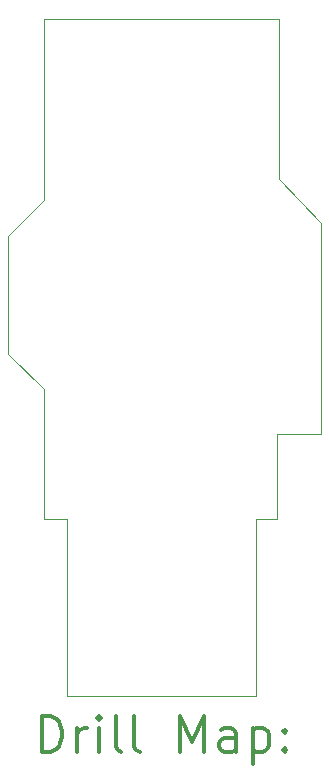
<source format=gbr>
%FSLAX45Y45*%
G04 Gerber Fmt 4.5, Leading zero omitted, Abs format (unit mm)*
G04 Created by KiCad (PCBNEW (5.1.5)-3) date 2021-11-09 21:42:03*
%MOMM*%
%LPD*%
G04 APERTURE LIST*
%TA.AperFunction,Profile*%
%ADD10C,0.050000*%
%TD*%
%ADD11C,0.200000*%
%ADD12C,0.300000*%
G04 APERTURE END LIST*
D10*
X8978900Y-8200000D02*
X8978900Y-7480300D01*
X9347200Y-7480300D02*
X9347200Y-5689600D01*
X8978900Y-7480300D02*
X9347200Y-7480300D01*
X6700000Y-6800000D02*
X7000000Y-7100000D01*
X6700000Y-5800000D02*
X7000000Y-5500000D01*
X9347200Y-5689600D02*
X8991600Y-5321300D01*
X7000000Y-3962400D02*
X8991600Y-3962400D01*
X7000000Y-5500000D02*
X7000000Y-3962400D01*
X6700000Y-6800000D02*
X6700000Y-5800000D01*
X7000000Y-8200000D02*
X7000000Y-7100000D01*
X7200000Y-8200000D02*
X7000000Y-8200000D01*
X7200000Y-9700000D02*
X7200000Y-8200000D01*
X8800000Y-9700000D02*
X7200000Y-9700000D01*
X8800000Y-8200000D02*
X8800000Y-9700000D01*
X8978900Y-8200000D02*
X8800000Y-8200000D01*
X8991600Y-3962400D02*
X8991600Y-5321300D01*
D11*
D12*
X6983928Y-10168214D02*
X6983928Y-9868214D01*
X7055357Y-9868214D01*
X7098214Y-9882500D01*
X7126786Y-9911072D01*
X7141071Y-9939643D01*
X7155357Y-9996786D01*
X7155357Y-10039643D01*
X7141071Y-10096786D01*
X7126786Y-10125357D01*
X7098214Y-10153929D01*
X7055357Y-10168214D01*
X6983928Y-10168214D01*
X7283928Y-10168214D02*
X7283928Y-9968214D01*
X7283928Y-10025357D02*
X7298214Y-9996786D01*
X7312500Y-9982500D01*
X7341071Y-9968214D01*
X7369643Y-9968214D01*
X7469643Y-10168214D02*
X7469643Y-9968214D01*
X7469643Y-9868214D02*
X7455357Y-9882500D01*
X7469643Y-9896786D01*
X7483928Y-9882500D01*
X7469643Y-9868214D01*
X7469643Y-9896786D01*
X7655357Y-10168214D02*
X7626786Y-10153929D01*
X7612500Y-10125357D01*
X7612500Y-9868214D01*
X7812500Y-10168214D02*
X7783928Y-10153929D01*
X7769643Y-10125357D01*
X7769643Y-9868214D01*
X8155357Y-10168214D02*
X8155357Y-9868214D01*
X8255357Y-10082500D01*
X8355357Y-9868214D01*
X8355357Y-10168214D01*
X8626786Y-10168214D02*
X8626786Y-10011072D01*
X8612500Y-9982500D01*
X8583928Y-9968214D01*
X8526786Y-9968214D01*
X8498214Y-9982500D01*
X8626786Y-10153929D02*
X8598214Y-10168214D01*
X8526786Y-10168214D01*
X8498214Y-10153929D01*
X8483928Y-10125357D01*
X8483928Y-10096786D01*
X8498214Y-10068214D01*
X8526786Y-10053929D01*
X8598214Y-10053929D01*
X8626786Y-10039643D01*
X8769643Y-9968214D02*
X8769643Y-10268214D01*
X8769643Y-9982500D02*
X8798214Y-9968214D01*
X8855357Y-9968214D01*
X8883928Y-9982500D01*
X8898214Y-9996786D01*
X8912500Y-10025357D01*
X8912500Y-10111072D01*
X8898214Y-10139643D01*
X8883928Y-10153929D01*
X8855357Y-10168214D01*
X8798214Y-10168214D01*
X8769643Y-10153929D01*
X9041071Y-10139643D02*
X9055357Y-10153929D01*
X9041071Y-10168214D01*
X9026786Y-10153929D01*
X9041071Y-10139643D01*
X9041071Y-10168214D01*
X9041071Y-9982500D02*
X9055357Y-9996786D01*
X9041071Y-10011072D01*
X9026786Y-9996786D01*
X9041071Y-9982500D01*
X9041071Y-10011072D01*
M02*

</source>
